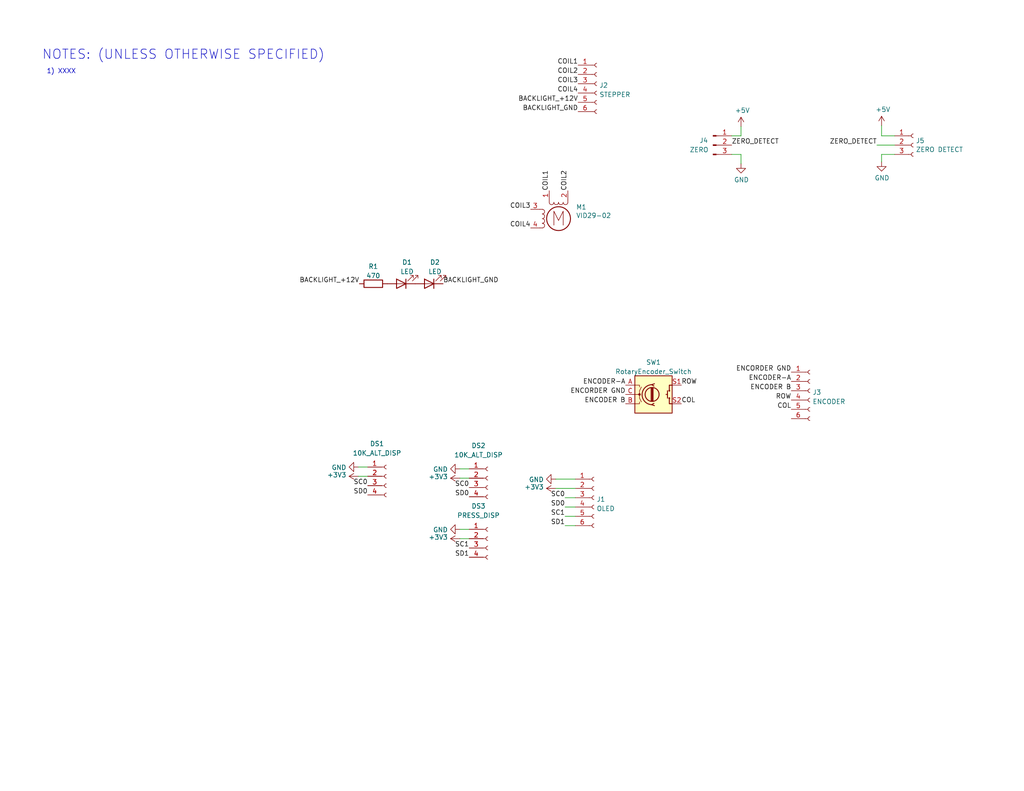
<source format=kicad_sch>
(kicad_sch (version 20230121) (generator eeschema)
  (paper "A")
  (title_block (date "2022-08-04") (rev "2"))
  (lib_symbols
    (symbol "Connector:Conn_01x03_Male" (pin_names (offset 1.016) hide)
      (property "Reference" "J" (at 0 5.08 0))
      (property "Value" "Conn_01x03_Male" (at 0 -5.08 0))
      (symbol "Conn_01x03_Male_1_1"
        (polyline (pts (xy 1.27 -2.54) (xy 0.8636 -2.54)) (stroke (width 0.1524)))
        (polyline (pts (xy 1.27 0) (xy 0.8636 0)) (stroke (width 0.1524)))
        (polyline (pts (xy 1.27 2.54) (xy 0.8636 2.54)) (stroke (width 0.1524)))
        (rectangle (start 0.8636 -2.413) (end 0 -2.667) (stroke (width 0.1524)) (fill (type outline)))
        (rectangle (start 0.8636 0.127) (end 0 -0.127) (stroke (width 0.1524)) (fill (type outline)))
        (rectangle (start 0.8636 2.667) (end 0 2.413) (stroke (width 0.1524)) (fill (type outline)))
        (pin passive line (at 5.08 2.54 180) (length 3.81) (name "Pin_1") (number "1"))
        (pin passive line (at 5.08 0 180) (length 3.81) (name "Pin_2") (number "2"))
        (pin passive line (at 5.08 -2.54 180) (length 3.81) (name "Pin_3") (number "3"))
      )
    )
    (symbol "Connector:Conn_01x03_Socket" (pin_names (offset 1.016) hide)
      (property "Reference" "J" (at 0 5.08 0))
      (property "Value" "Conn_01x03_Socket" (at 0 -5.08 0))
      (symbol "Conn_01x03_Socket_1_1"
        (arc (start 0 -2.032) (mid -0.5058 -2.54) (end 0 -3.048) (stroke (width 0.1524)))
        (polyline (pts (xy -1.27 -2.54) (xy -0.508 -2.54)) (stroke (width 0.1524)))
        (polyline (pts (xy -1.27 0) (xy -0.508 0)) (stroke (width 0.1524)))
        (polyline (pts (xy -1.27 2.54) (xy -0.508 2.54)) (stroke (width 0.1524)))
        (arc (start 0 0.508) (mid -0.5058 0) (end 0 -0.508) (stroke (width 0.1524)))
        (arc (start 0 3.048) (mid -0.5058 2.54) (end 0 2.032) (stroke (width 0.1524)))
        (pin passive line (at -5.08 2.54 0) (length 3.81) (name "Pin_1") (number "1"))
        (pin passive line (at -5.08 0 0) (length 3.81) (name "Pin_2") (number "2"))
        (pin passive line (at -5.08 -2.54 0) (length 3.81) (name "Pin_3") (number "3"))
      )
    )
    (symbol "Connector:Conn_01x04_Female" (pin_names (offset 1.016) hide)
      (property "Reference" "J" (at 0 5.08 0))
      (property "Value" "Conn_01x04_Female" (at 0 -7.62 0))
      (symbol "Conn_01x04_Female_1_1"
        (arc (start 0 -4.572) (mid -0.5058 -5.08) (end 0 -5.588) (stroke (width 0.1524)))
        (arc (start 0 -2.032) (mid -0.5058 -2.54) (end 0 -3.048) (stroke (width 0.1524)))
        (polyline (pts (xy -1.27 -5.08) (xy -0.508 -5.08)) (stroke (width 0.1524)))
        (polyline (pts (xy -1.27 -2.54) (xy -0.508 -2.54)) (stroke (width 0.1524)))
        (polyline (pts (xy -1.27 0) (xy -0.508 0)) (stroke (width 0.1524)))
        (polyline (pts (xy -1.27 2.54) (xy -0.508 2.54)) (stroke (width 0.1524)))
        (arc (start 0 0.508) (mid -0.5058 0) (end 0 -0.508) (stroke (width 0.1524)))
        (arc (start 0 3.048) (mid -0.5058 2.54) (end 0 2.032) (stroke (width 0.1524)))
        (pin passive line (at -5.08 2.54 0) (length 3.81) (name "Pin_1") (number "1"))
        (pin passive line (at -5.08 0 0) (length 3.81) (name "Pin_2") (number "2"))
        (pin passive line (at -5.08 -2.54 0) (length 3.81) (name "Pin_3") (number "3"))
        (pin passive line (at -5.08 -5.08 0) (length 3.81) (name "Pin_4") (number "4"))
      )
    )
    (symbol "Connector:Conn_01x06_Female" (pin_names (offset 1.016) hide)
      (property "Reference" "J" (at 0 7.62 0))
      (property "Value" "Conn_01x06_Female" (at 0 -10.16 0))
      (symbol "Conn_01x06_Female_1_1"
        (arc (start 0 -7.112) (mid -0.5058 -7.62) (end 0 -8.128) (stroke (width 0.1524)))
        (arc (start 0 -4.572) (mid -0.5058 -5.08) (end 0 -5.588) (stroke (width 0.1524)))
        (arc (start 0 -2.032) (mid -0.5058 -2.54) (end 0 -3.048) (stroke (width 0.1524)))
        (polyline (pts (xy -1.27 -7.62) (xy -0.508 -7.62)) (stroke (width 0.1524)))
        (polyline (pts (xy -1.27 -5.08) (xy -0.508 -5.08)) (stroke (width 0.1524)))
        (polyline (pts (xy -1.27 -2.54) (xy -0.508 -2.54)) (stroke (width 0.1524)))
        (polyline (pts (xy -1.27 0) (xy -0.508 0)) (stroke (width 0.1524)))
        (polyline (pts (xy -1.27 2.54) (xy -0.508 2.54)) (stroke (width 0.1524)))
        (polyline (pts (xy -1.27 5.08) (xy -0.508 5.08)) (stroke (width 0.1524)))
        (arc (start 0 0.508) (mid -0.5058 0) (end 0 -0.508) (stroke (width 0.1524)))
        (arc (start 0 3.048) (mid -0.5058 2.54) (end 0 2.032) (stroke (width 0.1524)))
        (arc (start 0 5.588) (mid -0.5058 5.08) (end 0 4.572) (stroke (width 0.1524)))
        (pin passive line (at -5.08 5.08 0) (length 3.81) (name "Pin_1") (number "1"))
        (pin passive line (at -5.08 2.54 0) (length 3.81) (name "Pin_2") (number "2"))
        (pin passive line (at -5.08 0 0) (length 3.81) (name "Pin_3") (number "3"))
        (pin passive line (at -5.08 -2.54 0) (length 3.81) (name "Pin_4") (number "4"))
        (pin passive line (at -5.08 -5.08 0) (length 3.81) (name "Pin_5") (number "5"))
        (pin passive line (at -5.08 -7.62 0) (length 3.81) (name "Pin_6") (number "6"))
      )
    )
    (symbol "Device:LED" (pin_numbers hide) (pin_names (offset 1.016) hide)
      (property "Reference" "D" (at 0 2.54 0))
      (property "Value" "LED" (at 0 -2.54 0))
      (symbol "LED_0_1"
        (polyline (pts (xy -1.27 -1.27) (xy -1.27 1.27)) (stroke (width 0.254)))
        (polyline (pts (xy -1.27 0) (xy 1.27 0)))
        (polyline (pts (xy 1.27 -1.27) (xy 1.27 1.27) (xy -1.27 0) (xy 1.27 -1.27)) (stroke (width 0.254)))
        (polyline (pts (xy -3.048 -0.762) (xy -4.572 -2.286) (xy -3.81 -2.286) (xy -4.572 -2.286) (xy -4.572 -1.524)))
        (polyline (pts (xy -1.778 -0.762) (xy -3.302 -2.286) (xy -2.54 -2.286) (xy -3.302 -2.286) (xy -3.302 -1.524)))
      )
      (symbol "LED_1_1"
        (pin passive line (at -3.81 0 0) (length 2.54) (name "K") (number "1"))
        (pin passive line (at 3.81 0 180) (length 2.54) (name "A") (number "2"))
      )
    )
    (symbol "Device:R" (pin_numbers hide) (pin_names (offset 0))
      (property "Reference" "R" (at 2.032 0 90))
      (property "Value" "R" (at 0 0 90))
      (symbol "R_0_1"
        (rectangle (start -1.016 -2.54) (end 1.016 2.54) (stroke (width 0.254)))
      )
      (symbol "R_1_1"
        (pin passive line (at 0 3.81 270) (length 1.27) (name "~") (number "1"))
        (pin passive line (at 0 -3.81 90) (length 1.27) (name "~") (number "2"))
      )
    )
    (symbol "Device:RotaryEncoder_Switch" (pin_names (offset 0.254) hide)
      (property "Reference" "SW" (at 0 6.604 0))
      (property "Value" "RotaryEncoder_Switch" (at 0 -6.604 0))
      (symbol "RotaryEncoder_Switch_0_1"
        (rectangle (start -5.08 5.08) (end 5.08 -5.08) (stroke (width 0.254)) (fill (type background)))
        (circle (center -3.81 0) (radius 0.254) (fill (type outline)))
        (circle (center -0.381 0) (radius 1.905) (stroke (width 0.254)))
        (arc (start -0.381 2.667) (mid -3.0988 -0.0635) (end -0.381 -2.794) (stroke (width 0.254)))
        (polyline (pts (xy -0.635 -1.778) (xy -0.635 1.778)) (stroke (width 0.254)))
        (polyline (pts (xy -0.381 -1.778) (xy -0.381 1.778)) (stroke (width 0.254)))
        (polyline (pts (xy -0.127 1.778) (xy -0.127 -1.778)) (stroke (width 0.254)))
        (polyline (pts (xy 3.81 0) (xy 3.429 0)) (stroke (width 0.254)))
        (polyline (pts (xy 3.81 1.016) (xy 3.81 -1.016)) (stroke (width 0.254)))
        (polyline (pts (xy -5.08 -2.54) (xy -3.81 -2.54) (xy -3.81 -2.032)))
        (polyline (pts (xy -5.08 2.54) (xy -3.81 2.54) (xy -3.81 2.032)))
        (polyline (pts (xy 0.254 -3.048) (xy -0.508 -2.794) (xy 0.127 -2.413)) (stroke (width 0.254)))
        (polyline (pts (xy 0.254 2.921) (xy -0.508 2.667) (xy 0.127 2.286)) (stroke (width 0.254)))
        (polyline (pts (xy 5.08 -2.54) (xy 4.318 -2.54) (xy 4.318 -1.016)) (stroke (width 0.254)))
        (polyline (pts (xy 5.08 2.54) (xy 4.318 2.54) (xy 4.318 1.016)) (stroke (width 0.254)))
        (polyline (pts (xy -5.08 0) (xy -3.81 0) (xy -3.81 -1.016) (xy -3.302 -2.032)))
        (polyline (pts (xy -4.318 0) (xy -3.81 0) (xy -3.81 1.016) (xy -3.302 2.032)))
        (circle (center 4.318 -1.016) (radius 0.127) (stroke (width 0.254)))
        (circle (center 4.318 1.016) (radius 0.127) (stroke (width 0.254)))
      )
      (symbol "RotaryEncoder_Switch_1_1"
        (pin passive line (at -7.62 2.54 0) (length 2.54) (name "A") (number "A"))
        (pin passive line (at -7.62 -2.54 0) (length 2.54) (name "B") (number "B"))
        (pin passive line (at -7.62 0 0) (length 2.54) (name "C") (number "C"))
        (pin passive line (at 7.62 2.54 180) (length 2.54) (name "S1") (number "S1"))
        (pin passive line (at 7.62 -2.54 180) (length 2.54) (name "S2") (number "S2"))
      )
    )
    (symbol "GAUGE_Standby-Altimeter-rescue:+3.3V-power" (power) (pin_names (offset 0))
      (property "Value" "+3.3V-power" (at 0 3.556 0))
      (symbol "+3.3V-power_0_1"
        (polyline (pts (xy -0.762 1.27) (xy 0 2.54)))
        (polyline (pts (xy 0 0) (xy 0 2.54)))
        (polyline (pts (xy 0 2.54) (xy 0.762 1.27)))
      )
      (symbol "+3.3V-power_1_1"
        (pin power_in line (at 0 0 90) (length 0) hide (name "+3V3") (number "1"))
      )
    )
    (symbol "Motor:Stepper_Motor_bipolar" (pin_names (offset 0) hide)
      (property "Reference" "M" (at 3.81 2.54 0))
      (property "Value" "Stepper_Motor_bipolar" (at 3.81 1.27 0))
      (symbol "Stepper_Motor_bipolar_0_0"
        (polyline (pts (xy -1.27 -1.778) (xy -1.27 2.032) (xy 0 -0.508) (xy 1.27 2.032) (xy 1.27 -1.778)))
      )
      (symbol "Stepper_Motor_bipolar_0_1"
        (arc (start -4.445 -2.54) (mid -3.8127 -1.905) (end -4.445 -1.27))
        (arc (start -4.445 -1.27) (mid -3.8127 -0.635) (end -4.445 0))
        (arc (start -4.445 0) (mid -3.8127 0.635) (end -4.445 1.27))
        (arc (start -4.445 1.27) (mid -3.8127 1.905) (end -4.445 2.54))
        (arc (start -2.54 4.445) (mid -1.905 3.8127) (end -1.27 4.445))
        (arc (start -1.27 4.445) (mid -0.635 3.8127) (end 0 4.445))
        (polyline (pts (xy -5.08 -2.54) (xy -4.445 -2.54)))
        (polyline (pts (xy -5.08 2.54) (xy -4.445 2.54)))
        (polyline (pts (xy -2.54 5.08) (xy -2.54 4.445)))
        (polyline (pts (xy 2.54 5.08) (xy 2.54 4.445)))
        (circle (center 0 0) (radius 3.2512) (stroke (width 0.254)))
        (arc (start 0 4.445) (mid 0.635 3.8127) (end 1.27 4.445))
        (arc (start 1.27 4.445) (mid 1.905 3.8127) (end 2.54 4.445))
      )
      (symbol "Stepper_Motor_bipolar_1_1"
        (pin passive line (at -2.54 7.62 270) (length 2.54) (name "~") (number "1"))
        (pin passive line (at 2.54 7.62 270) (length 2.54) (name "-") (number "2"))
        (pin passive line (at -7.62 2.54 0) (length 2.54) (name "~") (number "3"))
        (pin passive line (at -7.62 -2.54 0) (length 2.54) (name "~") (number "4"))
      )
    )
    (symbol "power:+5V" (power) (pin_names (offset 0))
      (property "Value" "+5V" (at 0 3.556 0))
      (symbol "+5V_0_1"
        (polyline (pts (xy -0.762 1.27) (xy 0 2.54)))
        (polyline (pts (xy 0 0) (xy 0 2.54)))
        (polyline (pts (xy 0 2.54) (xy 0.762 1.27)))
      )
      (symbol "+5V_1_1"
        (pin power_in line (at 0 0 90) (length 0) hide (name "+5V") (number "1"))
      )
    )
    (symbol "power:GND" (power) (pin_names (offset 0))
      (property "Value" "GND" (at 0 -3.81 0))
      (symbol "GND_0_1"
        (polyline (pts (xy 0 0) (xy 0 -1.27) (xy 1.27 -1.27) (xy 0 -2.54) (xy -1.27 -1.27) (xy 0 -1.27)))
      )
      (symbol "GND_1_1"
        (pin power_in line (at 0 0 270) (length 0) hide (name "GND") (number "1"))
      )
    )
  )
  (wire (pts (xy 128.016 130.556) (xy 125.476 130.556)))
  (wire (pts (xy 100.33 130.048) (xy 97.79 130.048)))
  (wire (pts (xy 154.178 138.43) (xy 156.972 138.43)))
  (wire (pts (xy 151.638 133.35) (xy 156.972 133.35)))
  (wire (pts (xy 97.79 127.508) (xy 100.33 127.508)))
  (wire (pts (xy 244.094 42.164) (xy 240.538 42.164)))
  (wire (pts (xy 240.538 37.084) (xy 244.094 37.084)))
  (wire (pts (xy 125.476 128.016) (xy 128.016 128.016)))
  (wire (pts (xy 240.538 34.29) (xy 240.538 37.084)))
  (wire (pts (xy 128.016 147.066) (xy 125.476 147.066)))
  (wire (pts (xy 154.178 135.89) (xy 156.972 135.89)))
  (wire (pts (xy 199.644 37.084) (xy 202.184 37.084)))
  (wire (pts (xy 202.184 37.084) (xy 202.184 34.544)))
  (wire (pts (xy 125.476 144.526) (xy 128.016 144.526)))
  (wire (pts (xy 240.538 42.164) (xy 240.538 44.196)))
  (wire (pts (xy 154.178 140.97) (xy 156.972 140.97)))
  (wire (pts (xy 202.184 44.704) (xy 202.184 42.164)))
  (wire (pts (xy 239.268 39.624) (xy 244.094 39.624)))
  (wire (pts (xy 154.178 143.51) (xy 156.972 143.51)))
  (wire (pts (xy 202.184 42.164) (xy 199.644 42.164)))
  (wire (pts (xy 151.638 130.81) (xy 156.972 130.81)))
  (text "1) XXXX" (at 12.7 20.32 0) (effects (font (size 1.27 1.27)) (justify left bottom)))
  (text "NOTES: (UNLESS OTHERWISE SPECIFIED)" (at 11.43 16.51 0) (effects (font (size 2.54 2.54)) (justify left bottom)))
  (label "SD1" (at 154.178 143.51 180))
  (label "BACKLIGHT_GND" (at 157.734 30.48 180))
  (label "COIL4" (at 144.78 62.23 180))
  (label "SC0" (at 100.33 132.588 180))
  (label "SC0" (at 154.178 135.89 180))
  (label "SC0" (at 128.016 133.096 180))
  (label "ENCODER-A" (at 170.688 105.156 180))
  (label "ROW" (at 185.928 105.156 0))
  (label "COIL1" (at 149.86 52.07 90))
  (label "ENCODER-A" (at 215.9 104.14 180))
  (label "SC1" (at 154.178 140.97 180))
  (label "SD0" (at 128.016 135.636 180))
  (label "BACKLIGHT_+12V" (at 98.044 77.47 180))
  (label "ENCODER B" (at 215.9 106.68 180))
  (label "COIL2" (at 157.734 20.32 180))
  (label "ENCODER B" (at 170.688 110.236 180))
  (label "SD0" (at 154.178 138.43 180))
  (label "ENCORDER GND" (at 215.9 101.6 180))
  (label "SD0" (at 100.33 135.128 180))
  (label "SC1" (at 128.016 149.606 180))
  (label "BACKLIGHT_+12V" (at 157.734 27.94 180))
  (label "COIL3" (at 144.78 57.15 180))
  (label "ENCORDER GND" (at 170.688 107.696 180))
  (label "COIL2" (at 154.94 52.07 90))
  (label "SD1" (at 128.016 152.146 180))
  (label "COL" (at 215.9 111.76 180))
  (label "ZERO_DETECT" (at 199.644 39.624 0))
  (label "ROW" (at 215.9 109.22 180))
  (label "COIL1" (at 157.734 17.78 180))
  (label "COL" (at 185.928 110.236 0))
  (label "BACKLIGHT_GND" (at 120.904 77.47 0))
  (label "COIL4" (at 157.734 25.4 180))
  (label "COIL3" (at 157.734 22.86 180))
  (label "ZERO_DETECT" (at 239.268 39.624 180))
  (symbol (lib_id "Motor:Stepper_Motor_bipolar") (at 152.4 59.69 0) (unit 1)
    (property "Reference" "M1" (at 157.1752 56.5404 0) (effects (justify left)))
    (property "Value" "VID29-02" (at 157.1752 58.8518 0) (effects (justify left)))
    (property "Footprint" "Stepper:VID29-02" (effects hide))
    (property "Datasheet" "https://guy.carpenter.id.au/gaugette/resources/vid/20091026113525_VID29_manual_EN-080606.pdf" (effects hide))
  )
  (symbol (lib_id "Connector:Conn_01x04_Female") (at 105.41 130.048 0) (unit 1)
    (property "Reference" "DS1" (at 102.87 121.158 0))
    (property "Value" "10K_ALT_DISP" (at 102.87 123.698 0))
    (property "Footprint" "Connector_PinSocket_2.54mm:PinSocket_1x04_P2.54mm_Vertical" (effects hide))
  )
  (symbol (lib_id "Connector:Conn_01x03_Male") (at 194.564 39.624 0) (unit 1)
    (property "Reference" "J4" (at 192.024 38.354 0))
    (property "Value" "ZERO" (at 190.754 40.894 0))
    (property "Footprint" "Connector_PinHeader_2.54mm:PinHeader_1x03_P2.54mm_Vertical" (effects hide))
  )
  (symbol (lib_id "GAUGE_Standby-Altimeter-rescue:+3.3V-power") (at 97.79 130.048 90) (unit 1)
    (property "Reference" "#PWR02" (effects hide))
    (property "Value" "+3.3V" (at 94.5388 129.667 90) (effects (justify left)))
  )
  (symbol (lib_id "GAUGE_Standby-Altimeter-rescue:+3.3V-power") (at 151.638 133.35 90) (unit 1)
    (property "Reference" "#PWR08" (effects hide))
    (property "Value" "+3.3V" (at 148.3868 132.969 90) (effects (justify left)))
  )
  (symbol (lib_id "GAUGE_Standby-Altimeter-rescue:+3.3V-power") (at 125.476 147.066 90) (unit 1)
    (property "Reference" "#PWR06" (effects hide))
    (property "Value" "+3.3V" (at 122.2248 146.685 90) (effects (justify left)))
  )
  (symbol (lib_id "Connector:Conn_01x06_Female") (at 162.052 135.89 0) (unit 1)
    (property "Reference" "J1" (at 162.7632 136.3253 0) (effects (justify left)))
    (property "Value" "OLED" (at 162.7632 138.8622 0) (effects (justify left)))
    (property "Footprint" "Connector_Molex:Molex_KK-254_AE-6410-06A_1x06_P2.54mm_Vertical" (effects hide))
  )
  (symbol (lib_id "Device:R") (at 101.854 77.47 90) (unit 1)
    (property "Reference" "R1" (at 101.854 72.7542 90))
    (property "Value" "470" (at 101.854 75.2911 90))
    (property "Footprint" "Resistor_THT:R_Axial_DIN0204_L3.6mm_D1.6mm_P1.90mm_Vertical" (effects hide))
  )
  (symbol (lib_id "power:GND") (at 125.476 144.526 270) (unit 1)
    (property "Reference" "#PWR05" (effects hide))
    (property "Value" "GND" (at 122.2248 144.653 90) (effects (justify right)))
  )
  (symbol (lib_id "power:GND") (at 97.79 127.508 270) (unit 1)
    (property "Reference" "#PWR01" (effects hide))
    (property "Value" "GND" (at 94.5388 127.635 90) (effects (justify right)))
  )
  (symbol (lib_id "GAUGE_Standby-Altimeter-rescue:+3.3V-power") (at 125.476 130.556 90) (unit 1)
    (property "Reference" "#PWR04" (effects hide))
    (property "Value" "+3.3V" (at 122.2248 130.175 90) (effects (justify left)))
  )
  (symbol (lib_id "power:GND") (at 151.638 130.81 270) (unit 1)
    (property "Reference" "#PWR07" (effects hide))
    (property "Value" "GND" (at 148.3868 130.937 90) (effects (justify right)))
  )
  (symbol (lib_id "power:+5V") (at 240.538 34.29 0) (unit 1)
    (property "Reference" "#PWR012" (effects hide))
    (property "Value" "+5V" (at 240.919 29.8958 0))
  )
  (symbol (lib_id "Connector:Conn_01x06_Female") (at 162.814 22.86 0) (unit 1)
    (property "Reference" "J2" (at 163.5252 23.2953 0) (effects (justify left)))
    (property "Value" "STEPPER" (at 163.5252 25.8322 0) (effects (justify left)))
    (property "Footprint" "Connector_Molex:Molex_KK-254_AE-6410-06A_1x06_P2.54mm_Vertical" (effects hide))
  )
  (symbol (lib_id "Device:LED") (at 117.094 77.47 180) (unit 1)
    (property "Reference" "D2" (at 118.6815 71.6112 0))
    (property "Value" "LED" (at 118.6815 74.1481 0))
    (property "Footprint" "LED_THT:LED_D3.0mm" (effects hide))
  )
  (symbol (lib_id "Connector:Conn_01x06_Female") (at 220.98 106.68 0) (unit 1)
    (property "Reference" "J3" (at 221.6912 107.1153 0) (effects (justify left)))
    (property "Value" "ENCODER" (at 221.6912 109.6522 0) (effects (justify left)))
    (property "Footprint" "Connector_Molex:Molex_KK-254_AE-6410-06A_1x06_P2.54mm_Vertical" (effects hide))
  )
  (symbol (lib_id "power:+5V") (at 202.184 34.544 0) (unit 1)
    (property "Reference" "#PWR09" (effects hide))
    (property "Value" "+5V" (at 202.565 30.1498 0))
  )
  (symbol (lib_id "Connector:Conn_01x03_Socket") (at 249.174 39.624 0) (unit 1)
    (property "Reference" "J5" (at 249.8852 38.4119 0) (effects (justify left)))
    (property "Value" "ZERO DETECT" (at 249.8852 40.8361 0) (effects (justify left)))
    (property "Footprint" "Connector_Molex:Molex_KK-254_AE-6410-03A_1x03_P2.54mm_Vertical" (effects hide))
  )
  (symbol (lib_id "Device:LED") (at 109.474 77.47 180) (unit 1)
    (property "Reference" "D1" (at 111.0615 71.6112 0))
    (property "Value" "LED" (at 111.0615 74.1481 0))
    (property "Footprint" "LED_THT:LED_D3.0mm" (effects hide))
  )
  (symbol (lib_id "Connector:Conn_01x04_Female") (at 133.096 130.556 0) (unit 1)
    (property "Reference" "DS2" (at 130.556 121.666 0))
    (property "Value" "10K_ALT_DISP" (at 130.556 124.206 0))
    (property "Footprint" "Connector_PinSocket_2.54mm:PinSocket_1x04_P2.54mm_Vertical" (effects hide))
  )
  (symbol (lib_id "power:GND") (at 125.476 128.016 270) (unit 1)
    (property "Reference" "#PWR03" (effects hide))
    (property "Value" "GND" (at 122.2248 128.143 90) (effects (justify right)))
  )
  (symbol (lib_id "power:GND") (at 240.538 44.196 0) (unit 1)
    (property "Reference" "#PWR011" (effects hide))
    (property "Value" "GND" (at 240.665 48.5902 0))
  )
  (symbol (lib_id "Connector:Conn_01x04_Female") (at 133.096 147.066 0) (unit 1)
    (property "Reference" "DS3" (at 130.556 138.176 0))
    (property "Value" "PRESS_DISP" (at 130.556 140.716 0))
    (property "Footprint" "Connector_PinSocket_2.54mm:PinSocket_1x04_P2.54mm_Vertical" (effects hide))
  )
  (symbol (lib_id "Device:RotaryEncoder_Switch") (at 178.308 107.696 0) (unit 1)
    (property "Reference" "SW1" (at 178.308 98.9162 0))
    (property "Value" "RotaryEncoder_Switch" (at 178.308 101.4531 0))
    (property "Footprint" "Rotary_Encoder:RotaryEncoder_Alps_EC11E-Switch_Vertical_H20mm" (effects hide))
  )
  (symbol (lib_id "power:GND") (at 202.184 44.704 0) (unit 1)
    (property "Reference" "#PWR010" (effects hide))
    (property "Value" "GND" (at 202.311 49.0982 0))
  )
)
</source>
